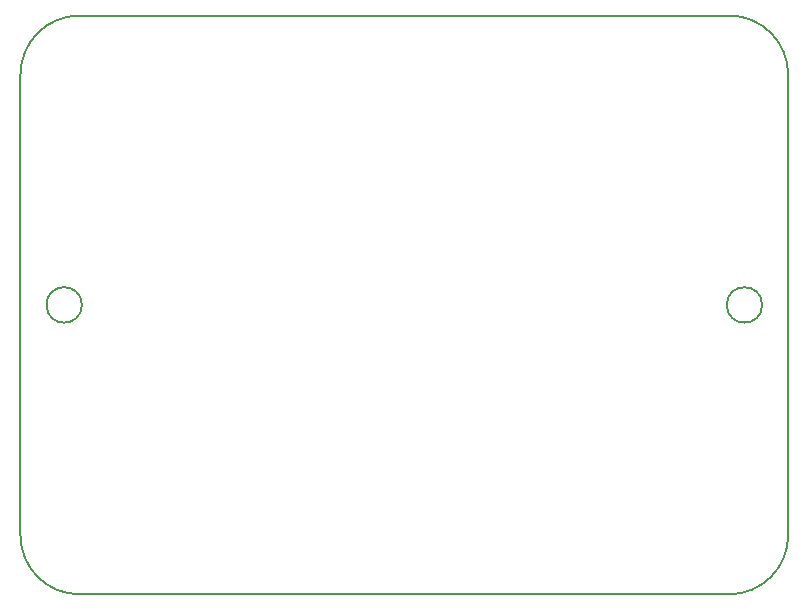
<source format=gm1>
G04 #@! TF.GenerationSoftware,KiCad,Pcbnew,5.1.5*
G04 #@! TF.CreationDate,2020-03-04T16:52:44+01:00*
G04 #@! TF.ProjectId,captobox,63617074-6f62-46f7-982e-6b696361645f,rev?*
G04 #@! TF.SameCoordinates,Original*
G04 #@! TF.FileFunction,Profile,NP*
%FSLAX46Y46*%
G04 Gerber Fmt 4.6, Leading zero omitted, Abs format (unit mm)*
G04 Created by KiCad (PCBNEW 5.1.5) date 2020-03-04 16:52:44*
%MOMM*%
%LPD*%
G04 APERTURE LIST*
%ADD10C,0.200000*%
G04 APERTURE END LIST*
D10*
X128500000Y-76000000D02*
G75*
G02X133500000Y-71000000I5000000J0D01*
G01*
X193500000Y-115000000D02*
X193500000Y-76000000D01*
X133699931Y-95500000D02*
G75*
G03X133699931Y-95500000I-1500000J0D01*
G01*
X188500000Y-71000000D02*
X133500000Y-71000000D01*
X128500000Y-76000000D02*
X128500000Y-115000000D01*
X193500000Y-115000000D02*
G75*
G02X188500000Y-120000000I-5000000J0D01*
G01*
X188500000Y-71000000D02*
G75*
G02X193500000Y-76000000I0J-5000000D01*
G01*
X191300068Y-95500000D02*
G75*
G03X191300068Y-95500000I-1500000J0D01*
G01*
X133500000Y-120000000D02*
G75*
G02X128500000Y-115000000I0J5000000D01*
G01*
X133500000Y-120000000D02*
X188500000Y-120000000D01*
M02*

</source>
